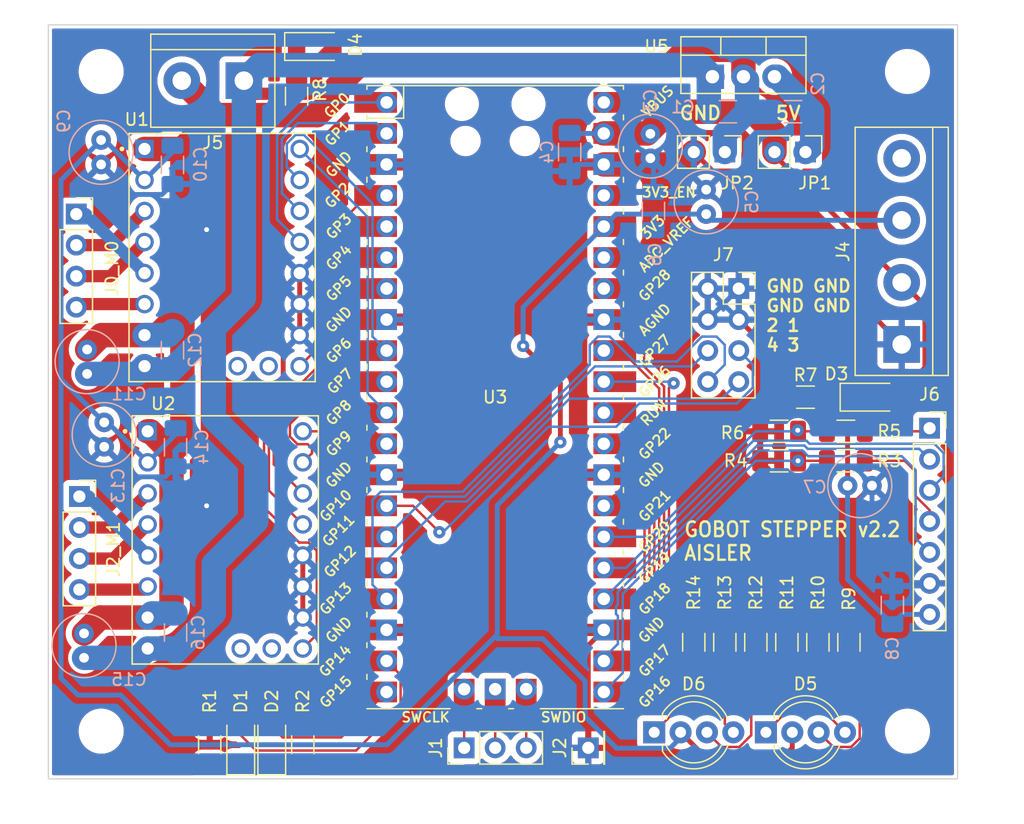
<source format=kicad_pcb>
(kicad_pcb
	(version 20240108)
	(generator "pcbnew")
	(generator_version "8.0")
	(general
		(thickness 1.6)
		(legacy_teardrops no)
	)
	(paper "A4")
	(title_block
		(title "GOBOT STEPPER BOARD")
		(date "2024-10-03")
		(rev "v.2.1")
		(comment 3 "Author: AlexanderHD27")
		(comment 4 "AISLER Project ID: DXWAAOSK")
	)
	(layers
		(0 "F.Cu" signal)
		(31 "B.Cu" signal)
		(32 "B.Adhes" user "B.Adhesive")
		(33 "F.Adhes" user "F.Adhesive")
		(34 "B.Paste" user)
		(35 "F.Paste" user)
		(36 "B.SilkS" user "B.Silkscreen")
		(37 "F.SilkS" user "F.Silkscreen")
		(38 "B.Mask" user)
		(39 "F.Mask" user)
		(40 "Dwgs.User" user "User.Drawings")
		(41 "Cmts.User" user "User.Comments")
		(42 "Eco1.User" user "User.Eco1")
		(43 "Eco2.User" user "User.Eco2")
		(44 "Edge.Cuts" user)
		(45 "Margin" user)
		(46 "B.CrtYd" user "B.Courtyard")
		(47 "F.CrtYd" user "F.Courtyard")
		(48 "B.Fab" user)
		(49 "F.Fab" user)
		(50 "User.1" user)
		(51 "User.2" user)
		(52 "User.3" user)
		(53 "User.4" user)
		(54 "User.5" user)
		(55 "User.6" user)
		(56 "User.7" user)
		(57 "User.8" user)
		(58 "User.9" user)
	)
	(setup
		(stackup
			(layer "F.SilkS"
				(type "Top Silk Screen")
			)
			(layer "F.Paste"
				(type "Top Solder Paste")
			)
			(layer "F.Mask"
				(type "Top Solder Mask")
				(thickness 0.01)
			)
			(layer "F.Cu"
				(type "copper")
				(thickness 0.035)
			)
			(layer "dielectric 1"
				(type "core")
				(thickness 1.51)
				(material "FR4")
				(epsilon_r 4.5)
				(loss_tangent 0.02)
			)
			(layer "B.Cu"
				(type "copper")
				(thickness 0.035)
			)
			(layer "B.Mask"
				(type "Bottom Solder Mask")
				(thickness 0.01)
			)
			(layer "B.Paste"
				(type "Bottom Solder Paste")
			)
			(layer "B.SilkS"
				(type "Bottom Silk Screen")
			)
			(copper_finish "HAL lead-free")
			(dielectric_constraints no)
		)
		(pad_to_mask_clearance 0)
		(allow_soldermask_bridges_in_footprints no)
		(pcbplotparams
			(layerselection 0x00010fc_ffffffff)
			(plot_on_all_layers_selection 0x0000000_00000000)
			(disableapertmacros no)
			(usegerberextensions no)
			(usegerberattributes yes)
			(usegerberadvancedattributes yes)
			(creategerberjobfile yes)
			(dashed_line_dash_ratio 12.000000)
			(dashed_line_gap_ratio 3.000000)
			(svgprecision 4)
			(plotframeref no)
			(viasonmask no)
			(mode 1)
			(useauxorigin no)
			(hpglpennumber 1)
			(hpglpenspeed 20)
			(hpglpendiameter 15.000000)
			(pdf_front_fp_property_popups yes)
			(pdf_back_fp_property_popups yes)
			(dxfpolygonmode yes)
			(dxfimperialunits yes)
			(dxfusepcbnewfont yes)
			(psnegative no)
			(psa4output no)
			(plotreference yes)
			(plotvalue yes)
			(plotfptext yes)
			(plotinvisibletext no)
			(sketchpadsonfab no)
			(subtractmaskfromsilk no)
			(outputformat 1)
			(mirror no)
			(drillshape 1)
			(scaleselection 1)
			(outputdirectory "")
		)
	)
	(net 0 "")
	(net 1 "GND")
	(net 2 "+12V")
	(net 3 "Net-(JP1-A)")
	(net 4 "Net-(D1-A)")
	(net 5 "Net-(D1-K)")
	(net 6 "Net-(D2-A)")
	(net 7 "Net-(D2-K)")
	(net 8 "Net-(D3-K)")
	(net 9 "+5V")
	(net 10 "Net-(D4-K)")
	(net 11 "/INT")
	(net 12 "/MISO")
	(net 13 "+3.3V")
	(net 14 "/CS")
	(net 15 "/SCLK")
	(net 16 "/MOSI")
	(net 17 "GND1")
	(net 18 "unconnected-(J4-Pin_4-Pad4)")
	(net 19 "/INT_V5")
	(net 20 "/MISO_V5")
	(net 21 "/RX1")
	(net 22 "/LIMIT4")
	(net 23 "Net-(D5-RK)")
	(net 24 "Net-(D5-BK)")
	(net 25 "unconnected-(U3-ADC_VREF-Pad35)")
	(net 26 "/LIMIT3")
	(net 27 "unconnected-(U3-VBUS-Pad40)")
	(net 28 "/TX1")
	(net 29 "/STEP2")
	(net 30 "/DIR1")
	(net 31 "unconnected-(U3-3V3_EN-Pad37)")
	(net 32 "Net-(D5-GK)")
	(net 33 "/LIMIT2")
	(net 34 "/LIMIT1")
	(net 35 "/STEP1")
	(net 36 "Net-(D6-RK)")
	(net 37 "Net-(D6-BK)")
	(net 38 "unconnected-(U3-3V3_EN-Pad37)_1")
	(net 39 "/RX2")
	(net 40 "/EN2")
	(net 41 "unconnected-(U3-ADC_VREF-Pad35)_1")
	(net 42 "/EN1")
	(net 43 "Net-(D6-GK)")
	(net 44 "/DIR2")
	(net 45 "/LED2_R")
	(net 46 "unconnected-(U3-VBUS-Pad40)_1")
	(net 47 "/LED2_G")
	(net 48 "/LED2_B")
	(net 49 "/LED1_R")
	(net 50 "/LED1_G")
	(net 51 "/LED1_B")
	(net 52 "/TX2")
	(net 53 "unconnected-(U1-INDEX-Pad17)")
	(net 54 "unconnected-(U1-DIAG-Pad18)")
	(net 55 "unconnected-(U2-DIAG-Pad18)")
	(net 56 "unconnected-(U2-INDEX-Pad17)")
	(net 57 "Net-(J0_M0-Pin_4)")
	(net 58 "Net-(J0_M0-Pin_1)")
	(net 59 "Net-(J0_M0-Pin_2)")
	(net 60 "Net-(J0_M0-Pin_3)")
	(net 61 "Net-(J2_M1-Pin_2)")
	(net 62 "Net-(J2_M1-Pin_3)")
	(net 63 "Net-(J2_M1-Pin_4)")
	(net 64 "Net-(J2_M1-Pin_1)")
	(net 65 "Net-(J1-Pin_1)")
	(net 66 "Net-(J1-Pin_2)")
	(net 67 "Net-(J1-Pin_3)")
	(footprint "TerminalBlock:TerminalBlock_bornier-4_P5.08mm" (layer "F.Cu") (at 271.526 85.344 90))
	(footprint "Connector_PinSocket_2.54mm:PinSocket_1x04_P2.54mm_Vertical" (layer "F.Cu") (at 204.216 97.79))
	(footprint "Resistor_SMD:R_1206_3216Metric_Pad1.30x1.75mm_HandSolder" (layer "F.Cu") (at 262.128 109.728 90))
	(footprint "LED_SMD:LED_1206_3216Metric_Pad1.42x1.75mm_HandSolder" (layer "F.Cu") (at 219.964 118.11 90))
	(footprint "Connector_PinHeader_2.54mm:PinHeader_1x01_P2.54mm_Vertical" (layer "F.Cu") (at 245.872 118.364 90))
	(footprint "Resistor_SMD:R_1206_3216Metric_Pad1.30x1.75mm_HandSolder" (layer "F.Cu") (at 266.954 94.869 180))
	(footprint "LED_SMD:LED_1206_3216Metric_Pad1.42x1.75mm_HandSolder" (layer "F.Cu") (at 217.424 118.11 90))
	(footprint "Resistor_SMD:R_1206_3216Metric_Pad1.30x1.75mm_HandSolder" (layer "F.Cu") (at 257.048 109.728 90))
	(footprint "Resistor_SMD:R_1206_3216Metric_Pad1.30x1.75mm_HandSolder" (layer "F.Cu") (at 266.954 92.456 180))
	(footprint "Resistor_SMD:R_1206_3216Metric_Pad1.30x1.75mm_HandSolder" (layer "F.Cu") (at 259.588 109.728 90))
	(footprint "MountingHole:MountingHole_3.2mm_M3" (layer "F.Cu") (at 206 117))
	(footprint "Resistor_SMD:R_1206_3216Metric_Pad1.30x1.75mm_HandSolder" (layer "F.Cu") (at 261.493 92.456 180))
	(footprint "Connector_PinSocket_2.54mm:PinSocket_1x04_P2.54mm_Vertical" (layer "F.Cu") (at 203.962 74.676))
	(footprint "MCU_RaspberryPi_and_Boards:RPi_Pico_SMD_TH" (layer "F.Cu") (at 238.252 89.662))
	(footprint "Resistor_SMD:R_1206_3216Metric_Pad1.30x1.75mm_HandSolder" (layer "F.Cu") (at 214.884 118.11 -90))
	(footprint "Resistor_SMD:R_1206_3216Metric_Pad1.30x1.75mm_HandSolder" (layer "F.Cu") (at 263.652 89.662))
	(footprint "TerminalBlock:TerminalBlock_bornier-2_P5.08mm" (layer "F.Cu") (at 217.678 63.754 180))
	(footprint "Connector_PinSocket_2.54mm:PinSocket_2x04_P2.54mm_Vertical" (layer "F.Cu") (at 258.191 80.772))
	(footprint "Connector_PinSocket_2.54mm:PinSocket_1x07_P2.54mm_Vertical" (layer "F.Cu") (at 273.812 92.202))
	(footprint "Resistor_SMD:R_1206_3216Metric_Pad1.30x1.75mm_HandSolder" (layer "F.Cu") (at 221.996 65.024 90))
	(footprint "LED_SMD:LED_1206_3216Metric_Pad1.42x1.75mm_HandSolder" (layer "F.Cu") (at 223.4835 60.96))
	(footprint "tmc2209:MODULE_TMC2209_SILENTSTEPSTICK" (layer "F.Cu") (at 216.154 101.346))
	(footprint "Connector_PinHeader_2.54mm:PinHeader_1x02_P2.54mm_Vertical" (layer "F.Cu") (at 257.048 69.596 -90))
	(footprint "MountingHole:MountingHole_3.2mm_M3" (layer "F.Cu") (at 272 117))
	(footprint "Connector_PinHeader_2.54mm:PinHeader_1x03_P2.54mm_Vertical" (layer "F.Cu") (at 235.712 118.364 90))
	(footprint "Resistor_SMD:R_1206_3216Metric_Pad1.30x1.75mm_HandSolder" (layer "F.Cu") (at 222.504 118.11 -90))
	(footprint "Connector_PinHeader_2.54mm:PinHeader_1x02_P2.54mm_Vertical" (layer "F.Cu") (at 263.652 69.596 -90))
	(footprint "Package_TO_SOT_THT:TO-220-3_Vertical" (layer "F.Cu") (at 256.032 63.429))
	(footprint "MountingHole:MountingHole_3.2mm_M3" (layer "F.Cu") (at 206 63))
	(footprint "Resistor_SMD:R_1206_3216Metric_Pad1.30x1.75mm_HandSolder" (layer "F.Cu") (at 267.208 109.728 90))
	(footprint "Resistor_SMD:R_1206_3216Metric_Pad1.30x1.75mm_HandSolder" (layer "F.Cu") (at 264.668 109.728 90))
	(footprint "LED_THT:LED_D5.0mm-4_RGB_Wide_Pins"
		(layer "F.Cu")
		(uuid "e208908c-b16e-4236-8894-b08d5a3211d9")
		(at 260.412 117.094)
		(descr "LED, diameter 5.0mm, 4 pins, WP154A4, https://www.kingbright.com/attachments/file/psearch/000/00/00/L-154A4SUREQBFZGEW(Ver.11A).pdf")
		(tags "LED diameter 5.0mm 2 pins diameter 5.0mm 3 pins diameter 5.0mm 4 pins RGB RGBLED")
		(property "Reference" "D5"
			(at 3.2385 -3.96 360)
			(layer "F.SilkS")
			(uuid "b5d56310-37b2-44b1-a3cb-64cda8254232")
			(effects
				(font
					(size 1 1)
					(thickness 0.15)
				)
			)
		)
		(property "Value" "LED_RABG"
			(at 3.2385 3.96 360)
			(layer "F.Fab")
			(uuid "b39eb327-8c6c-40fd-8317-56168465e057")
			(effects
				(font
					(size 1 1)
					(thickness 0.15)
				)
			)
		)
		(property "Footprint" "LED_THT:LED_D5.0mm-4_RGB_Wide_Pins"
			(at 0 0 0)
			(unlocked yes)
			(layer "F.Fab")
			(hide yes)
			(uuid "26476aaf-6948-4b3e-a69b-39ba14d361f2")
			(effects
				(font
					(size 1.27 1.27)
					(thickness 0.15)
				)
			)
		)
		(property "Datasheet" ""
			(at 0 0 0)
			(unlocked yes)
			(layer "F.Fab")
			(hide yes)
			(uuid "43859ffb-c3f4-45be-80fe-b10ac6fa72c4")
			(effects
				(font
					(size 1.27 1.27)
					(thickness 0.15)
				)
			)
		)
		(property "Description" "RGB LED, red/anode/blue/green"
			(at 0 0 0)
			(unlocked yes)
			(layer "F.Fab")
			(hide yes)
			(uuid "a26b85ea-bcd7-4753-b656-7bf143c11920")
			(effects
				(font
					(size 1.27 1.27)
					(thickness 0.15)
				)
			)
		)
		(property ki_fp_filters "LED* LED_SMD:* LED_THT:*")
		(path "/7746ba93-821d-43ea-a783-55a865625825")
		(sheetname "Root")
		(sheetfile "motor-driver-breakout-v2.kicad_sch")
		(attr through_hole)
		(fp_line
			(start 0.6785 -1.545)
			(end 0.6785 -1.08)
			(stroke
				(width 0.12)
				(type solid)
			)
			(layer "F.SilkS")
			(uuid "99d60354-af05-435b-91b8-cc3206fce372")
		)
		(fp_line
			(start 0.6785 1.08)
			(end 0.6785 1.545)
			(stroke
				(width 0.12)
				(type solid)
			)
			(layer "F.SilkS")
			(uuid "b36bc673-2821-44da-b6e3-8214a0205325")
		)
		(fp_arc
			(start 0.6785 -1.54483)
			(mid 3.496956 -2.978809)
			(end 6.026315 -1.080827)
			(stroke
				(width 0.12)
				(type solid)
			)
			(layer "F.SilkS")
			(uuid "0de58faa-8eb3-4ed5-be15-06c783b54771")
		)
		(fp_arc
			(start 0.983816 -1.08)
			(mid 3.238262 -2.5)
			(end 5.492979 -1.080429)
			(stroke
				(width 0.12)
				(type solid)
			)
			(layer "F.SilkS")
			(uuid "77f75dc3-d096-4d92-a135-cbf0ebc201cd")
		)
		(fp_arc
			(start 5.492979 1.080429)
			(mid 3.238262 2.5)
			(end 0.983816 1.08)
			(stroke
				(width 0.12)
				(type solid)
			)
			(layer "F.SilkS")
			(uuid "b23f763e-e384-490f-8f22-5f9988e37522")
		)
		(fp_arc
			(start 6.026315 1.080827)
			(mid 3.496956 2.978808)
			(end 0.6785 1.54483)
			(stroke
				(width 0.12)
				(type solid)
			)
			(layer "F.SilkS")
			(uuid "b34e1b8d-d0b9-4aa2-94fc-77dd66ca9dbc")
		)
		(fp_line
			(start -1.08 -3.25)
			(end -1.08 3.25)
			(stroke
				(width 0.05)
				(type solid)
			)
			(layer "F.CrtYd")
			(uuid "b6be62ea-c4e1-47f3-869a-c66be9b7d00d")
		)
		(fp_line
			(start -1.08 3.25)
			(end 7.56 3.25)
			(stroke
				(width 0.05)
				(type solid)
			)
			(layer "F.CrtYd")
			(uuid "1fb42ae7-e083-430a-a195-b496cf4426a2")
		)
		(fp_line
			(start 7.56 -3.25)
			(end -1.08 -3.25)
			(stroke
				(width 0.05)
				(type solid)
			)
			(layer "F.CrtYd")
			(uuid "50aedf9c-37c2-45b3-8804-3491d0128e8d")
		)
		(fp_line
			(start 7.56 3.25)
			(end 7.56 -3.25)
			(stroke
				(width 0.05)
				(type solid)
			)
			(layer "F.CrtYd")
			(uuid "3c503eef-410a-4b32-977e-b0309e8de8a5")
		)
		(fp_line
			(start 0.7385 -1.469694)
			(end 0.7385 1.469694)
			(stroke
				(width 0.1)
				(type solid)
			)
			(layer "F.Fab")
			(uui
... [560921 chars truncated]
</source>
